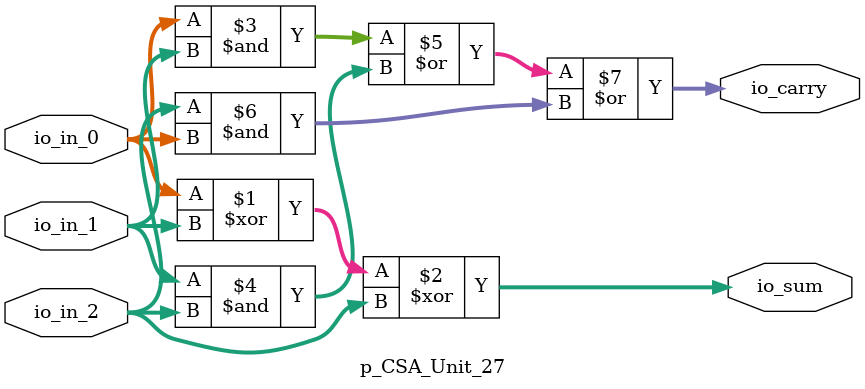
<source format=sv>
module p_CSA_Unit_27(
  input  [13:0] io_in_0,
                io_in_1,
                io_in_2,
  output [13:0] io_sum,
                io_carry
);

  assign io_sum = io_in_0 ^ io_in_1 ^ io_in_2;
  assign io_carry = io_in_0 & io_in_1 | io_in_1 & io_in_2 | io_in_2 & io_in_0;
endmodule


</source>
